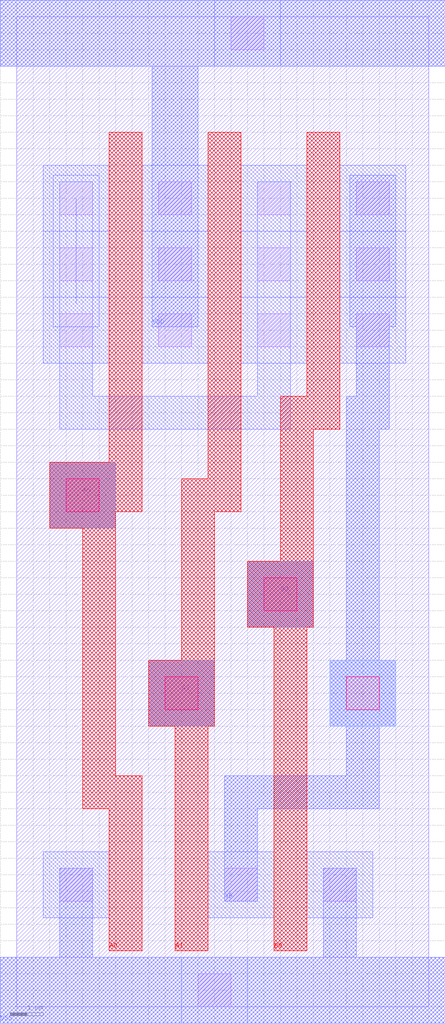
<source format=lef>
VERSION 5.3 ;

NAMESCASESENSITIVE ON ;

UNITS
  DATABASE MICRONS 1000 ;
END UNITS











MACRO nr212LEF
  CLASS BLOCK ;
  PIN A0
    DIRECTION INPUT ;
    PORT
      LAYER POL ;
        POLYGON 1.000 16.500  1.000 14.500  2.000 14.500  2.000 6.000  2.800 
        6.000  2.800 1.700  3.800 1.700  3.800 7.000  3.000 7.000  3.000 
        15.000  3.800 15.000  3.800 26.500  2.800 26.500  2.800 16.500  1.000 
        16.500  ;
    END
    PORT
      LAYER ML1 ;
        POLYGON 1.000 14.500  1.000 16.500  3.000 16.500  3.000 14.500  1.000 
        14.500  ;
    END
  END A0
  PIN A1
    DIRECTION INPUT ;
    PORT
      LAYER POL ;
        POLYGON 4.000 10.500  4.000 8.500  4.800 8.500  4.800 1.700  5.800 
        1.700  5.800 8.500  6.000 8.500  6.000 15.000  6.800 15.000  6.800 
        26.500  5.800 26.500  5.800 16.000  5.000 16.000  5.000 10.500  4.000 
        10.500  ;
    END
    PORT
      LAYER ML1 ;
        RECT 4.000 8.500  6.000 10.500  ;
    END
  END A1
  PIN B0
    DIRECTION INPUT ;
    PORT
      LAYER POL ;
        POLYGON 7.000 13.500  7.000 11.500  7.800 11.500  7.800 1.700  8.800 
        1.700  8.800 11.500  9.000 11.500  9.000 17.500  9.800 17.500  9.800 
        26.500  8.800 26.500  8.800 18.500  8.000 18.500  8.000 13.500  7.000 
        13.500  ;
    END
    PORT
      LAYER ML1 ;
        RECT 7.000 11.500  9.000 13.500  ;
    END
  END B0
  PIN VDD
    DIRECTION INOUT ;
    PORT
      LAYER ML1 ;
        POLYGON -0.500 30.500  -0.500 28.500  4.100 28.500  4.100 20.600  
        5.500 20.600  5.500 28.500  13.000 28.500  13.000 30.500  -0.500 
        30.500  ;
    END
  END VDD
  PIN VSS
    DIRECTION INOUT ;
    PORT
      LAYER ML1 ;
        POLYGON -0.500 1.500  -0.500 -0.500  13.000 -0.500  13.000 1.500  
        10.300 1.500  10.300 4.200  9.300 4.200  9.300 1.500  2.300 1.500  
        2.300 4.200  1.300 4.200  1.300 1.500  -0.500 1.500  ;
    END
  END VSS
  PIN YB
    DIRECTION OUTPUT ;
    PORT
      LAYER ML1 ;
        POLYGON 6.300 7.000  6.300 3.200  7.300 3.200  7.300 6.000  11.000 
        6.000  11.000 8.500  11.500 8.500  11.500 10.500  11.000 10.500  
        11.000 17.500  11.300 17.500  11.300 20.600  11.500 20.600  11.500 
        25.200  10.100 25.200  10.100 20.600  10.300 20.600  10.300 18.500  
        10.000 18.500  10.000 10.500  9.500 10.500  9.500 8.500  10.000 8.500  
        10.000 7.000  6.300 7.000  ;
    END
  END YB
  OBS
    LAYER CNT ;
      POLYGON 7.300 22.000  7.300 23.000  8.300 23.000  8.300 22.000  7.300 
      22.000  ;
      POLYGON 7.300 20.000  7.300 21.000  8.300 21.000  8.300 20.000  7.300 
      20.000  ;
      POLYGON 9.300 3.200  9.300 4.200  10.300 4.200  10.300 3.200  9.300 
      3.200  ;
      POLYGON 10.300 20.000  10.300 21.000  11.300 21.000  11.300 20.000  
      10.300 20.000  ;
      POLYGON 10.300 22.000  10.300 23.000  11.300 23.000  11.300 22.000  
      10.300 22.000  ;
      POLYGON 10.300 24.000  10.300 25.000  11.300 25.000  11.300 24.000  
      10.300 24.000  ;
      POLYGON 4.500 9.000  4.500 10.000  5.500 10.000  5.500 9.000  4.500 
      9.000  ;
      POLYGON 6.500 29.000  6.500 30.000  7.500 30.000  7.500 29.000  6.500 
      29.000  ;
      POLYGON 7.500 12.000  7.500 13.000  8.500 13.000  8.500 12.000  7.500 
      12.000  ;
      POLYGON 1.500 15.000  1.500 16.000  2.500 16.000  2.500 15.000  1.500 
      15.000  ;
      POLYGON 5.500 0.000  5.500 1.000  6.500 1.000  6.500 0.000  5.500 0.000  ;
      
      POLYGON 7.300 24.000  7.300 25.000  8.300 25.000  8.300 24.000  7.300 
      24.000  ;
      POLYGON 6.300 3.200  6.300 4.200  7.300 4.200  7.300 3.200  6.300 3.200  ;
      
      POLYGON 4.300 24.000  4.300 25.000  5.300 25.000  5.300 24.000  4.300 
      24.000  ;
      POLYGON 4.300 20.000  4.300 21.000  5.300 21.000  5.300 20.000  4.300 
      20.000  ;
      POLYGON 4.300 22.000  4.300 23.000  5.300 23.000  5.300 22.000  4.300 
      22.000  ;
      POLYGON 1.300 24.000  1.300 25.000  2.300 25.000  2.300 24.000  1.300 
      24.000  ;
      POLYGON 1.300 3.200  1.300 4.200  2.300 4.200  2.300 3.200  1.300 3.200  ;
      
      POLYGON 1.300 20.000  1.300 21.000  2.300 21.000  2.300 20.000  1.300 
      20.000  ;
      POLYGON 1.300 22.000  1.300 23.000  2.300 23.000  2.300 22.000  1.300 
      22.000  ;
    LAYER FRAME ;
      POLYGON -0.500 1.500  -0.500 -0.500  13.000 -0.500  13.000 1.500  -0.500 
      1.500  ;
      POLYGON 0.000 0.000  12.500 0.000  12.500 30.000  0.000 30.000  0.000 
      0.000  ;
      RECT -0.500 28.500  13.000 30.500  ;
    LAYER ML1 ;
      POLYGON 1.000 14.500  1.000 16.500  3.000 16.500  3.000 14.500  1.000 
      14.500  ;
      WIDTH 1.400  ;
      PATH 1.800 21.300 1.800 24.500  ;
      POLYGON 7.000 11.500  7.000 13.500  9.000 13.500  9.000 11.500  7.000 
      11.500  ;
      RECT 5.000 -0.500  7.000 1.500  ;
      POLYGON 4.000 8.500  4.000 10.500  6.000 10.500  6.000 8.500  4.000 
      8.500  ;
      RECT 1.000 14.500  3.000 16.500  ;
      RECT 7.000 11.500  9.000 13.500  ;
      RECT 6.000 28.500  8.000 30.500  ;
      RECT 4.000 8.500  6.000 10.500  ;
      RECT 9.800 23.500  11.800 25.500  ;
      RECT 9.800 21.500  11.800 23.500  ;
      RECT 9.800 19.500  11.800 21.500  ;
      RECT 8.800 2.700  10.800 4.700  ;
      RECT 6.800 19.500  8.800 21.500  ;
      RECT 6.800 21.500  8.800 23.500  ;
      RECT 6.800 23.500  8.800 25.500  ;
      RECT 5.800 2.700  7.800 4.700  ;
      RECT 3.800 23.500  5.800 25.500  ;
      RECT 3.800 19.500  5.800 21.500  ;
      RECT 3.800 21.500  5.800 23.500  ;
      RECT 0.800 23.500  2.800 25.500  ;
      RECT 0.800 2.700  2.800 4.700  ;
      RECT 0.800 19.500  2.800 21.500  ;
      RECT 0.800 21.500  2.800 23.500  ;
      POLYGON -0.500 30.500  -0.500 28.500  4.100 28.500  4.100 20.600  5.500 
      20.600  5.500 28.500  13.000 28.500  13.000 30.500  -0.500 30.500  ;
      POLYGON -0.500 1.500  -0.500 -0.500  13.000 -0.500  13.000 1.500  10.300 
      1.500  10.300 4.200  9.300 4.200  9.300 1.500  2.300 1.500  2.300 4.200  
      1.300 4.200  1.300 1.500  -0.500 1.500  ;
      POLYGON 6.300 7.000  6.300 3.200  7.300 3.200  7.300 6.000  11.000 6.000 
       11.000 8.500  11.500 8.500  11.500 10.500  11.000 10.500  11.000 17.500 
       11.300 17.500  11.300 20.600  11.500 20.600  11.500 25.200  10.100 
      25.200  10.100 20.600  10.300 20.600  10.300 18.500  10.000 18.500  
      10.000 10.500  9.500 10.500  9.500 8.500  10.000 8.500  10.000 7.000  
      6.300 7.000  ;
      POLYGON 1.300 25.000  1.300 17.500  8.300 17.500  8.300 25.000  7.300 
      25.000  7.300 18.500  2.300 18.500  2.300 25.000  1.300 25.000  ;
    LAYER ML2 ;
      POLYGON 4.000 8.500  4.000 10.500  6.000 10.500  6.000 8.500  4.000 
      8.500  ;
      POLYGON 7.000 11.500  7.000 13.500  9.000 13.500  9.000 11.500  7.000 
      11.500  ;
      POLYGON 9.500 8.500  9.500 10.500  11.500 10.500  11.500 8.500  9.500 
      8.500  ;
      POLYGON 1.000 14.500  1.000 16.500  3.000 16.500  3.000 14.500  1.000 
      14.500  ;
    LAYER POL ;
      POLYGON 7.000 13.500  7.000 11.500  7.800 11.500  7.800 1.700  8.800 
      1.700  8.800 11.500  9.000 11.500  9.000 17.500  9.800 17.500  9.800 
      26.500  8.800 26.500  8.800 18.500  8.000 18.500  8.000 13.500  7.000 
      13.500  ;
      POLYGON 4.000 10.500  4.000 8.500  4.800 8.500  4.800 1.700  5.800 1.700 
       5.800 8.500  6.000 8.500  6.000 15.000  6.800 15.000  6.800 26.500  
      5.800 26.500  5.800 16.000  5.000 16.000  5.000 10.500  4.000 10.500  ;
      POLYGON 1.000 16.500  1.000 14.500  2.000 14.500  2.000 6.000  2.800 
      6.000  2.800 1.700  3.800 1.700  3.800 7.000  3.000 7.000  3.000 15.000  
      3.800 15.000  3.800 26.500  2.800 26.500  2.800 16.500  1.000 16.500  ;
    LAYER VIA1 ;
      POLYGON 4.500 9.000  4.500 10.000  5.500 10.000  5.500 9.000  4.500 
      9.000  ;
      POLYGON 7.500 12.000  7.500 13.000  8.500 13.000  8.500 12.000  7.500 
      12.000  ;
      POLYGON 10.000 9.000  10.000 10.000  11.000 10.000  11.000 9.000  10.000 
      9.000  ;
      POLYGON 1.500 15.000  1.500 16.000  2.500 16.000  2.500 15.000  1.500 
      15.000  ;
  END
END nr212LEF


END LIBRARY

</source>
